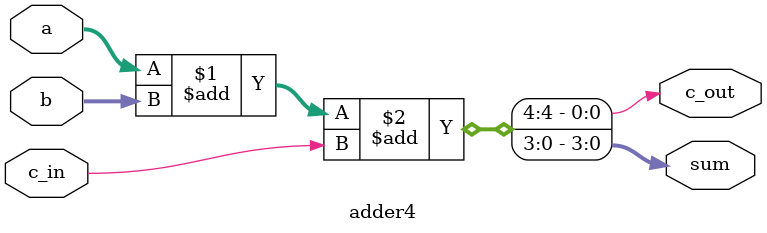
<source format=v>
`timescale 1ns / 1ps


module adder4 (
    input  [3:0] a, b,
    input c_in,
    output [3:0] sum,
    output c_out
);
    assign {c_out, sum} = a + b + c_in;
endmodule


</source>
